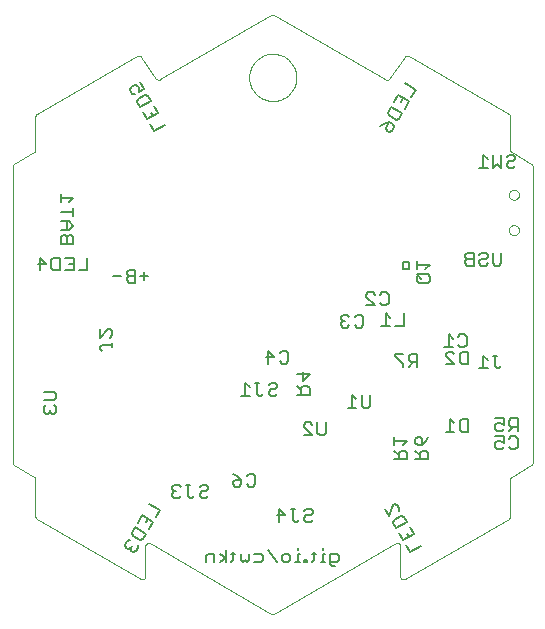
<source format=gbo>
G75*
%MOIN*%
%OFA0B0*%
%FSLAX24Y24*%
%IPPOS*%
%LPD*%
%AMOC8*
5,1,8,0,0,1.08239X$1,22.5*
%
%ADD10C,0.0000*%
%ADD11C,0.0080*%
%ADD12C,0.0079*%
D10*
X000950Y003328D02*
X004410Y001330D01*
X004427Y001322D01*
X004446Y001318D01*
X004465Y001317D01*
X004484Y001320D01*
X004502Y001326D01*
X004518Y001336D01*
X004532Y001348D01*
X004544Y001363D01*
X004553Y001380D01*
X004558Y001398D01*
X004560Y001417D01*
X004560Y002431D01*
X004562Y002450D01*
X004567Y002468D01*
X004576Y002485D01*
X004588Y002500D01*
X004602Y002512D01*
X004618Y002522D01*
X004636Y002528D01*
X004655Y002531D01*
X004674Y002530D01*
X004693Y002525D01*
X004710Y002518D01*
X004710Y002517D02*
X008760Y000179D01*
X008760Y000178D02*
X008776Y000171D01*
X008793Y000167D01*
X008810Y000165D01*
X008827Y000167D01*
X008844Y000171D01*
X008860Y000178D01*
X008860Y000179D02*
X012911Y002517D01*
X012911Y002518D02*
X012928Y002526D01*
X012947Y002530D01*
X012966Y002531D01*
X012985Y002528D01*
X013003Y002522D01*
X013019Y002512D01*
X013033Y002500D01*
X013045Y002485D01*
X013054Y002468D01*
X013059Y002450D01*
X013061Y002431D01*
X013061Y001417D01*
X013063Y001398D01*
X013068Y001380D01*
X013077Y001363D01*
X013089Y001348D01*
X013103Y001336D01*
X013119Y001326D01*
X013137Y001320D01*
X013156Y001317D01*
X013175Y001318D01*
X013194Y001323D01*
X013211Y001330D01*
X016671Y003328D01*
X016721Y003415D02*
X016721Y004659D01*
X016723Y004676D01*
X016727Y004693D01*
X016734Y004709D01*
X016744Y004723D01*
X016757Y004736D01*
X016771Y004746D01*
X017421Y005121D01*
X017471Y005208D02*
X017471Y015092D01*
X017421Y015179D02*
X016771Y015554D01*
X016757Y015564D01*
X016744Y015577D01*
X016734Y015591D01*
X016727Y015607D01*
X016723Y015624D01*
X016721Y015641D01*
X016721Y016755D01*
X016671Y016842D02*
X013336Y018767D01*
X013336Y018768D02*
X013319Y018775D01*
X013301Y018780D01*
X013283Y018781D01*
X013264Y018779D01*
X013247Y018773D01*
X013230Y018764D01*
X013216Y018752D01*
X013204Y018738D01*
X012696Y018012D01*
X012696Y018013D02*
X012684Y017999D01*
X012670Y017987D01*
X012653Y017978D01*
X012636Y017972D01*
X012617Y017970D01*
X012599Y017971D01*
X012581Y017976D01*
X012564Y017983D01*
X008860Y020121D01*
X008760Y020121D02*
X005057Y017983D01*
X005040Y017976D01*
X005022Y017971D01*
X005004Y017970D01*
X004985Y017972D01*
X004968Y017978D01*
X004951Y017987D01*
X004937Y017999D01*
X004925Y018013D01*
X004925Y018012D02*
X004417Y018738D01*
X004405Y018752D01*
X004391Y018764D01*
X004374Y018773D01*
X004357Y018779D01*
X004338Y018781D01*
X004320Y018780D01*
X004302Y018775D01*
X004285Y018768D01*
X004285Y018767D02*
X000950Y016842D01*
X000936Y016832D01*
X000923Y016819D01*
X000913Y016805D01*
X000906Y016789D01*
X000902Y016772D01*
X000900Y016755D01*
X000900Y015641D01*
X000898Y015624D01*
X000894Y015607D01*
X000887Y015591D01*
X000877Y015577D01*
X000864Y015564D01*
X000850Y015554D01*
X000200Y015179D01*
X000186Y015169D01*
X000173Y015156D01*
X000163Y015142D01*
X000156Y015126D01*
X000152Y015109D01*
X000150Y015092D01*
X000150Y005208D01*
X000152Y005191D01*
X000156Y005174D01*
X000163Y005158D01*
X000173Y005144D01*
X000186Y005131D01*
X000200Y005121D01*
X000850Y004746D01*
X000900Y004659D02*
X000900Y003415D01*
X000902Y003398D01*
X000906Y003381D01*
X000913Y003365D01*
X000923Y003351D01*
X000936Y003338D01*
X000950Y003328D01*
X000900Y004659D02*
X000898Y004676D01*
X000894Y004693D01*
X000887Y004709D01*
X000877Y004723D01*
X000864Y004736D01*
X000850Y004746D01*
X008023Y018050D02*
X008025Y018106D01*
X008031Y018161D01*
X008041Y018215D01*
X008054Y018269D01*
X008072Y018322D01*
X008093Y018373D01*
X008117Y018423D01*
X008145Y018471D01*
X008177Y018517D01*
X008211Y018561D01*
X008249Y018602D01*
X008289Y018640D01*
X008332Y018675D01*
X008377Y018707D01*
X008425Y018736D01*
X008474Y018762D01*
X008525Y018784D01*
X008577Y018802D01*
X008631Y018816D01*
X008686Y018827D01*
X008741Y018834D01*
X008796Y018837D01*
X008852Y018836D01*
X008907Y018831D01*
X008962Y018822D01*
X009016Y018810D01*
X009069Y018793D01*
X009121Y018773D01*
X009171Y018749D01*
X009219Y018722D01*
X009266Y018692D01*
X009310Y018658D01*
X009352Y018621D01*
X009390Y018581D01*
X009427Y018539D01*
X009460Y018494D01*
X009489Y018448D01*
X009516Y018399D01*
X009538Y018348D01*
X009558Y018296D01*
X009573Y018242D01*
X009585Y018188D01*
X009593Y018133D01*
X009597Y018078D01*
X009597Y018022D01*
X009593Y017967D01*
X009585Y017912D01*
X009573Y017858D01*
X009558Y017804D01*
X009538Y017752D01*
X009516Y017701D01*
X009489Y017652D01*
X009460Y017606D01*
X009427Y017561D01*
X009390Y017519D01*
X009352Y017479D01*
X009310Y017442D01*
X009266Y017408D01*
X009219Y017378D01*
X009171Y017351D01*
X009121Y017327D01*
X009069Y017307D01*
X009016Y017290D01*
X008962Y017278D01*
X008907Y017269D01*
X008852Y017264D01*
X008796Y017263D01*
X008741Y017266D01*
X008686Y017273D01*
X008631Y017284D01*
X008577Y017298D01*
X008525Y017316D01*
X008474Y017338D01*
X008425Y017364D01*
X008377Y017393D01*
X008332Y017425D01*
X008289Y017460D01*
X008249Y017498D01*
X008211Y017539D01*
X008177Y017583D01*
X008145Y017629D01*
X008117Y017677D01*
X008093Y017727D01*
X008072Y017778D01*
X008054Y017831D01*
X008041Y017885D01*
X008031Y017939D01*
X008025Y017994D01*
X008023Y018050D01*
X008760Y020122D02*
X008776Y020129D01*
X008793Y020133D01*
X008810Y020135D01*
X008827Y020133D01*
X008844Y020129D01*
X008860Y020122D01*
X016671Y016842D02*
X016685Y016832D01*
X016698Y016819D01*
X016708Y016805D01*
X016715Y016789D01*
X016719Y016772D01*
X016721Y016755D01*
X017421Y015179D02*
X017435Y015169D01*
X017448Y015156D01*
X017458Y015142D01*
X017465Y015126D01*
X017469Y015109D01*
X017471Y015092D01*
X016683Y014141D02*
X016685Y014166D01*
X016691Y014191D01*
X016700Y014215D01*
X016713Y014237D01*
X016730Y014257D01*
X016749Y014274D01*
X016770Y014288D01*
X016794Y014298D01*
X016818Y014305D01*
X016844Y014308D01*
X016869Y014307D01*
X016894Y014302D01*
X016918Y014293D01*
X016941Y014281D01*
X016961Y014266D01*
X016979Y014247D01*
X016994Y014226D01*
X017005Y014203D01*
X017013Y014179D01*
X017017Y014154D01*
X017017Y014128D01*
X017013Y014103D01*
X017005Y014079D01*
X016994Y014056D01*
X016979Y014035D01*
X016961Y014016D01*
X016941Y014001D01*
X016918Y013989D01*
X016894Y013980D01*
X016869Y013975D01*
X016844Y013974D01*
X016818Y013977D01*
X016794Y013984D01*
X016770Y013994D01*
X016749Y014008D01*
X016730Y014025D01*
X016713Y014045D01*
X016700Y014067D01*
X016691Y014091D01*
X016685Y014116D01*
X016683Y014141D01*
X016683Y012959D02*
X016685Y012984D01*
X016691Y013009D01*
X016700Y013033D01*
X016713Y013055D01*
X016730Y013075D01*
X016749Y013092D01*
X016770Y013106D01*
X016794Y013116D01*
X016818Y013123D01*
X016844Y013126D01*
X016869Y013125D01*
X016894Y013120D01*
X016918Y013111D01*
X016941Y013099D01*
X016961Y013084D01*
X016979Y013065D01*
X016994Y013044D01*
X017005Y013021D01*
X017013Y012997D01*
X017017Y012972D01*
X017017Y012946D01*
X017013Y012921D01*
X017005Y012897D01*
X016994Y012874D01*
X016979Y012853D01*
X016961Y012834D01*
X016941Y012819D01*
X016918Y012807D01*
X016894Y012798D01*
X016869Y012793D01*
X016844Y012792D01*
X016818Y012795D01*
X016794Y012802D01*
X016770Y012812D01*
X016749Y012826D01*
X016730Y012843D01*
X016713Y012863D01*
X016700Y012885D01*
X016691Y012909D01*
X016685Y012934D01*
X016683Y012959D01*
X017471Y005208D02*
X017469Y005191D01*
X017465Y005174D01*
X017458Y005158D01*
X017448Y005144D01*
X017435Y005131D01*
X017421Y005121D01*
X016721Y003415D02*
X016719Y003398D01*
X016715Y003381D01*
X016708Y003365D01*
X016698Y003351D01*
X016685Y003338D01*
X016671Y003328D01*
D11*
X016760Y005665D02*
X016690Y005735D01*
X016760Y005665D02*
X016900Y005665D01*
X016970Y005735D01*
X016970Y006015D01*
X016900Y006085D01*
X016760Y006085D01*
X016690Y006015D01*
X016510Y006085D02*
X016510Y005875D01*
X016370Y005945D01*
X016300Y005945D01*
X016230Y005875D01*
X016230Y005735D01*
X016300Y005665D01*
X016440Y005665D01*
X016510Y005735D01*
X016510Y006085D02*
X016230Y006085D01*
X016300Y006265D02*
X016440Y006265D01*
X016510Y006335D01*
X016510Y006475D02*
X016370Y006545D01*
X016300Y006545D01*
X016230Y006475D01*
X016230Y006335D01*
X016300Y006265D01*
X016510Y006475D02*
X016510Y006685D01*
X016230Y006685D01*
X016690Y006615D02*
X016690Y006475D01*
X016760Y006405D01*
X016970Y006405D01*
X016830Y006405D02*
X016690Y006265D01*
X016970Y006265D02*
X016970Y006685D01*
X016760Y006685D01*
X016690Y006615D01*
X015320Y006660D02*
X015320Y006240D01*
X015110Y006240D01*
X015040Y006310D01*
X015040Y006590D01*
X015110Y006660D01*
X015320Y006660D01*
X014860Y006520D02*
X014720Y006660D01*
X014720Y006240D01*
X014860Y006240D02*
X014580Y006240D01*
X013985Y006070D02*
X013915Y005930D01*
X013775Y005790D01*
X013775Y006000D01*
X013705Y006070D01*
X013635Y006070D01*
X013565Y006000D01*
X013565Y005860D01*
X013635Y005790D01*
X013775Y005790D01*
X013775Y005610D02*
X013705Y005540D01*
X013705Y005330D01*
X013705Y005470D02*
X013565Y005610D01*
X013775Y005610D02*
X013915Y005610D01*
X013985Y005540D01*
X013985Y005330D01*
X013565Y005330D01*
X013285Y005330D02*
X013285Y005540D01*
X013215Y005610D01*
X013075Y005610D01*
X013005Y005540D01*
X013005Y005330D01*
X013005Y005470D02*
X012865Y005610D01*
X012865Y005790D02*
X012865Y006070D01*
X012865Y005930D02*
X013285Y005930D01*
X013145Y005790D01*
X013285Y005330D02*
X012865Y005330D01*
X012861Y003836D02*
X012801Y003801D01*
X012698Y003418D01*
X012558Y003661D01*
X012861Y003836D02*
X012957Y003811D01*
X013027Y003689D01*
X013001Y003593D01*
X013091Y003437D02*
X012849Y003297D01*
X012823Y003202D01*
X012928Y003020D01*
X013292Y003230D01*
X013187Y003412D01*
X013091Y003437D01*
X013382Y003074D02*
X013522Y002831D01*
X013158Y002621D01*
X013018Y002864D01*
X013270Y002847D02*
X013340Y002726D01*
X013248Y002465D02*
X013389Y002222D01*
X013753Y002432D01*
X011010Y002100D02*
X011010Y001960D01*
X010940Y001890D01*
X010730Y001890D01*
X010730Y001820D02*
X010730Y002170D01*
X010940Y002170D01*
X011010Y002100D01*
X010870Y001750D02*
X010800Y001750D01*
X010730Y001820D01*
X010550Y001890D02*
X010409Y001890D01*
X010480Y001890D02*
X010480Y002170D01*
X010550Y002170D01*
X010480Y002310D02*
X010480Y002380D01*
X010243Y002170D02*
X010103Y002170D01*
X010173Y002240D02*
X010173Y001960D01*
X010103Y001890D01*
X009936Y001890D02*
X009866Y001890D01*
X009866Y001960D01*
X009936Y001960D01*
X009936Y001890D01*
X009706Y001890D02*
X009565Y001890D01*
X009635Y001890D02*
X009635Y002170D01*
X009706Y002170D01*
X009635Y002310D02*
X009635Y002380D01*
X009399Y002100D02*
X009399Y001960D01*
X009329Y001890D01*
X009188Y001890D01*
X009118Y001960D01*
X009118Y002100D01*
X009188Y002170D01*
X009329Y002170D01*
X009399Y002100D01*
X008938Y001890D02*
X008658Y002310D01*
X008478Y002100D02*
X008478Y001960D01*
X008408Y001890D01*
X008198Y001890D01*
X008017Y001960D02*
X008017Y002170D01*
X008198Y002170D02*
X008408Y002170D01*
X008478Y002100D01*
X008017Y001960D02*
X007947Y001890D01*
X007877Y001960D01*
X007807Y001890D01*
X007737Y001960D01*
X007737Y002170D01*
X007557Y002170D02*
X007417Y002170D01*
X007487Y002240D02*
X007487Y001960D01*
X007417Y001890D01*
X007250Y001890D02*
X007250Y002310D01*
X007040Y002170D02*
X007250Y002030D01*
X007040Y001890D01*
X006866Y001890D02*
X006866Y002170D01*
X006656Y002170D01*
X006586Y002100D01*
X006586Y001890D01*
X004912Y003395D02*
X005052Y003638D01*
X004688Y003848D01*
X004458Y003449D02*
X004822Y003239D01*
X004682Y002996D01*
X004592Y002840D02*
X004487Y002658D01*
X004391Y002633D01*
X004148Y002773D01*
X004123Y002869D01*
X004228Y003051D01*
X004592Y002840D01*
X004570Y003223D02*
X004640Y003344D01*
X004458Y003449D02*
X004318Y003207D01*
X004058Y002617D02*
X003963Y002591D01*
X003893Y002470D01*
X003918Y002374D01*
X003979Y002339D01*
X004075Y002365D01*
X004100Y002269D01*
X004161Y002234D01*
X004257Y002260D01*
X004327Y002381D01*
X004301Y002477D01*
X004110Y002425D02*
X004075Y002365D01*
X005529Y004040D02*
X005669Y004040D01*
X005739Y004110D01*
X005599Y004250D02*
X005529Y004250D01*
X005459Y004180D01*
X005459Y004110D01*
X005529Y004040D01*
X005529Y004250D02*
X005459Y004320D01*
X005459Y004390D01*
X005529Y004460D01*
X005669Y004460D01*
X005739Y004390D01*
X005919Y004460D02*
X006059Y004460D01*
X005989Y004460D02*
X005989Y004110D01*
X006059Y004040D01*
X006130Y004040D01*
X006200Y004110D01*
X006380Y004110D02*
X006450Y004040D01*
X006590Y004040D01*
X006660Y004110D01*
X006590Y004250D02*
X006450Y004250D01*
X006380Y004180D01*
X006380Y004110D01*
X006590Y004250D02*
X006660Y004320D01*
X006660Y004390D01*
X006590Y004460D01*
X006450Y004460D01*
X006380Y004390D01*
X007480Y004485D02*
X007550Y004415D01*
X007690Y004415D01*
X007760Y004485D01*
X007760Y004625D01*
X007550Y004625D01*
X007480Y004555D01*
X007480Y004485D01*
X007620Y004765D02*
X007760Y004625D01*
X007620Y004765D02*
X007480Y004835D01*
X007940Y004765D02*
X008010Y004835D01*
X008150Y004835D01*
X008220Y004765D01*
X008220Y004485D01*
X008150Y004415D01*
X008010Y004415D01*
X007940Y004485D01*
X009010Y003660D02*
X009220Y003450D01*
X008940Y003450D01*
X009010Y003240D02*
X009010Y003660D01*
X009401Y003660D02*
X009541Y003660D01*
X009471Y003660D02*
X009471Y003310D01*
X009541Y003240D01*
X009611Y003240D01*
X009681Y003310D01*
X009861Y003310D02*
X009931Y003240D01*
X010071Y003240D01*
X010141Y003310D01*
X010071Y003450D02*
X010141Y003520D01*
X010141Y003590D01*
X010071Y003660D01*
X009931Y003660D01*
X009861Y003590D01*
X009931Y003450D02*
X009861Y003380D01*
X009861Y003310D01*
X009931Y003450D02*
X010071Y003450D01*
X010120Y006130D02*
X009839Y006130D01*
X009839Y006410D02*
X009839Y006480D01*
X009909Y006550D01*
X010050Y006550D01*
X010120Y006480D01*
X010300Y006550D02*
X010300Y006200D01*
X010370Y006130D01*
X010510Y006130D01*
X010580Y006200D01*
X010580Y006550D01*
X010120Y006130D02*
X009839Y006410D01*
X009755Y007480D02*
X009755Y007690D01*
X009825Y007760D01*
X009965Y007760D01*
X010035Y007690D01*
X010035Y007480D01*
X009615Y007480D01*
X009755Y007620D02*
X009615Y007760D01*
X009825Y007940D02*
X009825Y008220D01*
X009615Y008150D02*
X010035Y008150D01*
X009825Y007940D01*
X009250Y008515D02*
X009320Y008585D01*
X009320Y008865D01*
X009250Y008935D01*
X009110Y008935D01*
X009040Y008865D01*
X008860Y008725D02*
X008580Y008725D01*
X008650Y008515D02*
X008650Y008935D01*
X008860Y008725D01*
X009040Y008585D02*
X009110Y008515D01*
X009250Y008515D01*
X008890Y007860D02*
X008750Y007860D01*
X008680Y007790D01*
X008750Y007650D02*
X008680Y007580D01*
X008680Y007510D01*
X008750Y007440D01*
X008890Y007440D01*
X008960Y007510D01*
X008890Y007650D02*
X008750Y007650D01*
X008890Y007650D02*
X008960Y007720D01*
X008960Y007790D01*
X008890Y007860D01*
X008500Y007510D02*
X008430Y007440D01*
X008359Y007440D01*
X008289Y007510D01*
X008289Y007860D01*
X008359Y007860D02*
X008219Y007860D01*
X008039Y007720D02*
X007899Y007860D01*
X007899Y007440D01*
X008039Y007440D02*
X007759Y007440D01*
X011080Y009785D02*
X011150Y009715D01*
X011290Y009715D01*
X011360Y009785D01*
X011540Y009785D02*
X011610Y009715D01*
X011750Y009715D01*
X011820Y009785D01*
X011820Y010065D01*
X011750Y010135D01*
X011610Y010135D01*
X011540Y010065D01*
X011360Y010065D02*
X011290Y010135D01*
X011150Y010135D01*
X011080Y010065D01*
X011080Y009995D01*
X011150Y009925D01*
X011080Y009855D01*
X011080Y009785D01*
X011150Y009925D02*
X011220Y009925D01*
X011930Y010465D02*
X012210Y010465D01*
X011930Y010745D01*
X011930Y010815D01*
X012000Y010885D01*
X012140Y010885D01*
X012210Y010815D01*
X012390Y010815D02*
X012460Y010885D01*
X012600Y010885D01*
X012670Y010815D01*
X012670Y010535D01*
X012600Y010465D01*
X012460Y010465D01*
X012390Y010535D01*
X012570Y010185D02*
X012570Y009765D01*
X012710Y009765D02*
X012430Y009765D01*
X012710Y010045D02*
X012570Y010185D01*
X012890Y009765D02*
X013170Y009765D01*
X013170Y010185D01*
X013689Y011202D02*
X013619Y011272D01*
X013619Y011412D01*
X013689Y011483D01*
X013969Y011483D01*
X014039Y011412D01*
X014039Y011272D01*
X013969Y011202D01*
X013689Y011202D01*
X013759Y011342D02*
X013619Y011483D01*
X013619Y011663D02*
X013619Y011943D01*
X013619Y011803D02*
X014039Y011803D01*
X013899Y011663D01*
X015230Y011852D02*
X015300Y011782D01*
X015511Y011782D01*
X015511Y012202D01*
X015300Y012202D01*
X015230Y012132D01*
X015230Y012062D01*
X015300Y011992D01*
X015511Y011992D01*
X015691Y011922D02*
X015691Y011852D01*
X015761Y011782D01*
X015901Y011782D01*
X015971Y011852D01*
X015901Y011992D02*
X015761Y011992D01*
X015691Y011922D01*
X015691Y012132D02*
X015761Y012202D01*
X015901Y012202D01*
X015971Y012132D01*
X015971Y012062D01*
X015901Y011992D01*
X016151Y011852D02*
X016151Y012202D01*
X016431Y012202D02*
X016431Y011852D01*
X016361Y011782D01*
X016221Y011782D01*
X016151Y011852D01*
X015300Y011992D02*
X015230Y011922D01*
X015230Y011852D01*
X015200Y009485D02*
X015060Y009485D01*
X014990Y009415D01*
X014810Y009345D02*
X014670Y009485D01*
X014670Y009065D01*
X014810Y009065D02*
X014530Y009065D01*
X014650Y008910D02*
X014580Y008840D01*
X014580Y008770D01*
X014860Y008490D01*
X014580Y008490D01*
X014650Y008910D02*
X014790Y008910D01*
X014860Y008840D01*
X015040Y008840D02*
X015040Y008560D01*
X015110Y008490D01*
X015320Y008490D01*
X015320Y008910D01*
X015110Y008910D01*
X015040Y008840D01*
X015060Y009065D02*
X014990Y009135D01*
X015060Y009065D02*
X015200Y009065D01*
X015270Y009135D01*
X015270Y009415D01*
X015200Y009485D01*
X015828Y008770D02*
X015828Y008349D01*
X015968Y008349D02*
X015688Y008349D01*
X015968Y008630D02*
X015828Y008770D01*
X016148Y008770D02*
X016288Y008770D01*
X016218Y008770D02*
X016218Y008420D01*
X016288Y008349D01*
X016358Y008349D01*
X016428Y008420D01*
X013620Y008415D02*
X013620Y008835D01*
X013410Y008835D01*
X013340Y008765D01*
X013340Y008625D01*
X013410Y008555D01*
X013620Y008555D01*
X013480Y008555D02*
X013340Y008415D01*
X013160Y008415D02*
X013160Y008485D01*
X012880Y008765D01*
X012880Y008835D01*
X013160Y008835D01*
X012060Y007460D02*
X012060Y007110D01*
X011990Y007040D01*
X011850Y007040D01*
X011780Y007110D01*
X011780Y007460D01*
X011600Y007320D02*
X011459Y007460D01*
X011459Y007040D01*
X011319Y007040D02*
X011600Y007040D01*
X004664Y011424D02*
X004384Y011424D01*
X004214Y011424D02*
X004004Y011424D01*
X003934Y011354D01*
X003934Y011284D01*
X004004Y011214D01*
X004214Y011214D01*
X004214Y011634D01*
X004004Y011634D01*
X003934Y011564D01*
X003934Y011494D01*
X004004Y011424D01*
X003754Y011424D02*
X003474Y011424D01*
X002631Y011620D02*
X002351Y011620D01*
X002170Y011620D02*
X001890Y011620D01*
X001710Y011620D02*
X001500Y011620D01*
X001430Y011690D01*
X001430Y011970D01*
X001500Y012040D01*
X001710Y012040D01*
X001710Y011620D01*
X002030Y011830D02*
X002170Y011830D01*
X002170Y012040D02*
X002170Y011620D01*
X002170Y012040D02*
X001890Y012040D01*
X001950Y012509D02*
X001950Y012719D01*
X001880Y012789D01*
X001810Y012789D01*
X001740Y012719D01*
X001740Y012509D01*
X002160Y012509D01*
X002160Y012719D01*
X002090Y012789D01*
X002020Y012789D01*
X001950Y012719D01*
X001950Y012969D02*
X001950Y013249D01*
X002020Y013249D02*
X002160Y013109D01*
X002020Y012969D01*
X001740Y012969D01*
X001740Y013249D02*
X002020Y013249D01*
X002160Y013429D02*
X002160Y013710D01*
X002160Y013570D02*
X001740Y013570D01*
X001740Y013890D02*
X001740Y014170D01*
X001740Y014030D02*
X002160Y014030D01*
X002020Y013890D01*
X002631Y012040D02*
X002631Y011620D01*
X001250Y011830D02*
X000969Y011830D01*
X001039Y011620D02*
X001039Y012040D01*
X001250Y011830D01*
X003040Y009660D02*
X003040Y009380D01*
X003320Y009660D01*
X003390Y009660D01*
X003460Y009590D01*
X003460Y009450D01*
X003390Y009380D01*
X003460Y009199D02*
X003460Y009059D01*
X003460Y009129D02*
X003110Y009129D01*
X003040Y009059D01*
X003040Y008989D01*
X003110Y008919D01*
X001590Y007510D02*
X001590Y007370D01*
X001520Y007300D01*
X001170Y007300D01*
X001240Y007120D02*
X001170Y007050D01*
X001170Y006909D01*
X001240Y006839D01*
X001310Y006839D01*
X001380Y006909D01*
X001450Y006839D01*
X001520Y006839D01*
X001590Y006909D01*
X001590Y007050D01*
X001520Y007120D01*
X001380Y006979D02*
X001380Y006909D01*
X001590Y007510D02*
X001520Y007580D01*
X001170Y007580D01*
X004524Y011284D02*
X004524Y011564D01*
X004859Y016252D02*
X004718Y016495D01*
X004628Y016651D02*
X004488Y016894D01*
X004398Y017050D02*
X004293Y017232D01*
X004319Y017327D01*
X004561Y017467D01*
X004657Y017442D01*
X004762Y017260D01*
X004398Y017050D01*
X004628Y016651D02*
X004992Y016861D01*
X004852Y017104D01*
X004740Y016877D02*
X004810Y016756D01*
X005223Y016462D02*
X004859Y016252D01*
X004229Y017483D02*
X004133Y017509D01*
X004063Y017630D01*
X004088Y017726D01*
X004210Y017796D01*
X004306Y017770D01*
X004341Y017710D01*
X004350Y017553D01*
X004532Y017659D01*
X004392Y017901D01*
X012378Y016419D02*
X012508Y016505D01*
X012700Y016557D01*
X012595Y016375D01*
X012620Y016279D01*
X012681Y016244D01*
X012777Y016270D01*
X012847Y016391D01*
X012821Y016487D01*
X012700Y016557D01*
X012911Y016643D02*
X012668Y016783D01*
X012643Y016879D01*
X012748Y017061D01*
X013112Y016850D01*
X013007Y016668D01*
X012911Y016643D01*
X013202Y017006D02*
X013342Y017249D01*
X012978Y017459D01*
X012838Y017217D01*
X013090Y017233D02*
X013160Y017354D01*
X013432Y017405D02*
X013572Y017648D01*
X013208Y017858D01*
X015690Y015040D02*
X015970Y015040D01*
X015830Y015040D02*
X015830Y015460D01*
X015970Y015320D01*
X016151Y015460D02*
X016151Y015040D01*
X016291Y015180D01*
X016431Y015040D01*
X016431Y015460D01*
X016611Y015390D02*
X016681Y015460D01*
X016821Y015460D01*
X016891Y015390D01*
X016891Y015320D01*
X016821Y015250D01*
X016681Y015250D01*
X016611Y015180D01*
X016611Y015110D01*
X016681Y015040D01*
X016821Y015040D01*
X016891Y015110D01*
D12*
X013350Y011900D02*
X013350Y011650D01*
X013150Y011650D01*
X013150Y011900D01*
X013350Y011900D01*
M02*

</source>
